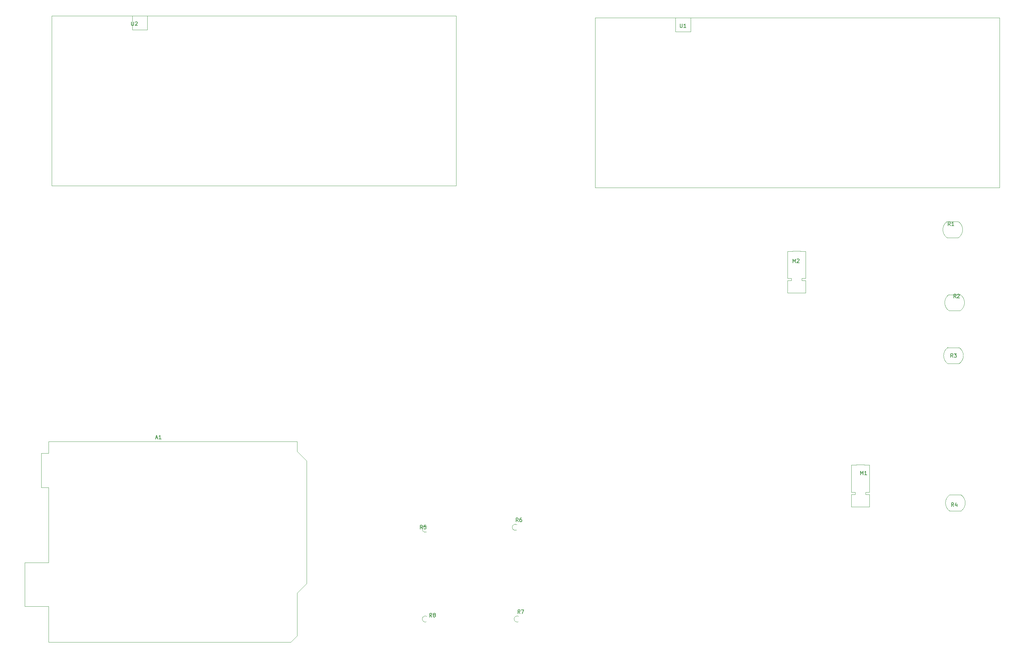
<source format=gbr>
%TF.GenerationSoftware,KiCad,Pcbnew,8.0.8*%
%TF.CreationDate,2025-10-15T12:51:47+03:00*%
%TF.ProjectId,isuzu investment 2,6973757a-7520-4696-9e76-6573746d656e,rev?*%
%TF.SameCoordinates,Original*%
%TF.FileFunction,Legend,Top*%
%TF.FilePolarity,Positive*%
%FSLAX46Y46*%
G04 Gerber Fmt 4.6, Leading zero omitted, Abs format (unit mm)*
G04 Created by KiCad (PCBNEW 8.0.8) date 2025-10-15 12:51:47*
%MOMM*%
%LPD*%
G01*
G04 APERTURE LIST*
%ADD10C,0.150000*%
%ADD11C,0.120000*%
G04 APERTURE END LIST*
D10*
X147383333Y-154034819D02*
X147050000Y-153558628D01*
X146811905Y-154034819D02*
X146811905Y-153034819D01*
X146811905Y-153034819D02*
X147192857Y-153034819D01*
X147192857Y-153034819D02*
X147288095Y-153082438D01*
X147288095Y-153082438D02*
X147335714Y-153130057D01*
X147335714Y-153130057D02*
X147383333Y-153225295D01*
X147383333Y-153225295D02*
X147383333Y-153368152D01*
X147383333Y-153368152D02*
X147335714Y-153463390D01*
X147335714Y-153463390D02*
X147288095Y-153511009D01*
X147288095Y-153511009D02*
X147192857Y-153558628D01*
X147192857Y-153558628D02*
X146811905Y-153558628D01*
X148240476Y-153034819D02*
X148050000Y-153034819D01*
X148050000Y-153034819D02*
X147954762Y-153082438D01*
X147954762Y-153082438D02*
X147907143Y-153130057D01*
X147907143Y-153130057D02*
X147811905Y-153272914D01*
X147811905Y-153272914D02*
X147764286Y-153463390D01*
X147764286Y-153463390D02*
X147764286Y-153844342D01*
X147764286Y-153844342D02*
X147811905Y-153939580D01*
X147811905Y-153939580D02*
X147859524Y-153987200D01*
X147859524Y-153987200D02*
X147954762Y-154034819D01*
X147954762Y-154034819D02*
X148145238Y-154034819D01*
X148145238Y-154034819D02*
X148240476Y-153987200D01*
X148240476Y-153987200D02*
X148288095Y-153939580D01*
X148288095Y-153939580D02*
X148335714Y-153844342D01*
X148335714Y-153844342D02*
X148335714Y-153606247D01*
X148335714Y-153606247D02*
X148288095Y-153511009D01*
X148288095Y-153511009D02*
X148240476Y-153463390D01*
X148240476Y-153463390D02*
X148145238Y-153415771D01*
X148145238Y-153415771D02*
X147954762Y-153415771D01*
X147954762Y-153415771D02*
X147859524Y-153463390D01*
X147859524Y-153463390D02*
X147811905Y-153511009D01*
X147811905Y-153511009D02*
X147764286Y-153606247D01*
X264133333Y-94204819D02*
X263800000Y-93728628D01*
X263561905Y-94204819D02*
X263561905Y-93204819D01*
X263561905Y-93204819D02*
X263942857Y-93204819D01*
X263942857Y-93204819D02*
X264038095Y-93252438D01*
X264038095Y-93252438D02*
X264085714Y-93300057D01*
X264085714Y-93300057D02*
X264133333Y-93395295D01*
X264133333Y-93395295D02*
X264133333Y-93538152D01*
X264133333Y-93538152D02*
X264085714Y-93633390D01*
X264085714Y-93633390D02*
X264038095Y-93681009D01*
X264038095Y-93681009D02*
X263942857Y-93728628D01*
X263942857Y-93728628D02*
X263561905Y-93728628D01*
X264514286Y-93300057D02*
X264561905Y-93252438D01*
X264561905Y-93252438D02*
X264657143Y-93204819D01*
X264657143Y-93204819D02*
X264895238Y-93204819D01*
X264895238Y-93204819D02*
X264990476Y-93252438D01*
X264990476Y-93252438D02*
X265038095Y-93300057D01*
X265038095Y-93300057D02*
X265085714Y-93395295D01*
X265085714Y-93395295D02*
X265085714Y-93490533D01*
X265085714Y-93490533D02*
X265038095Y-93633390D01*
X265038095Y-93633390D02*
X264466667Y-94204819D01*
X264466667Y-94204819D02*
X265085714Y-94204819D01*
X124333333Y-179454819D02*
X124000000Y-178978628D01*
X123761905Y-179454819D02*
X123761905Y-178454819D01*
X123761905Y-178454819D02*
X124142857Y-178454819D01*
X124142857Y-178454819D02*
X124238095Y-178502438D01*
X124238095Y-178502438D02*
X124285714Y-178550057D01*
X124285714Y-178550057D02*
X124333333Y-178645295D01*
X124333333Y-178645295D02*
X124333333Y-178788152D01*
X124333333Y-178788152D02*
X124285714Y-178883390D01*
X124285714Y-178883390D02*
X124238095Y-178931009D01*
X124238095Y-178931009D02*
X124142857Y-178978628D01*
X124142857Y-178978628D02*
X123761905Y-178978628D01*
X124904762Y-178883390D02*
X124809524Y-178835771D01*
X124809524Y-178835771D02*
X124761905Y-178788152D01*
X124761905Y-178788152D02*
X124714286Y-178692914D01*
X124714286Y-178692914D02*
X124714286Y-178645295D01*
X124714286Y-178645295D02*
X124761905Y-178550057D01*
X124761905Y-178550057D02*
X124809524Y-178502438D01*
X124809524Y-178502438D02*
X124904762Y-178454819D01*
X124904762Y-178454819D02*
X125095238Y-178454819D01*
X125095238Y-178454819D02*
X125190476Y-178502438D01*
X125190476Y-178502438D02*
X125238095Y-178550057D01*
X125238095Y-178550057D02*
X125285714Y-178645295D01*
X125285714Y-178645295D02*
X125285714Y-178692914D01*
X125285714Y-178692914D02*
X125238095Y-178788152D01*
X125238095Y-178788152D02*
X125190476Y-178835771D01*
X125190476Y-178835771D02*
X125095238Y-178883390D01*
X125095238Y-178883390D02*
X124904762Y-178883390D01*
X124904762Y-178883390D02*
X124809524Y-178931009D01*
X124809524Y-178931009D02*
X124761905Y-178978628D01*
X124761905Y-178978628D02*
X124714286Y-179073866D01*
X124714286Y-179073866D02*
X124714286Y-179264342D01*
X124714286Y-179264342D02*
X124761905Y-179359580D01*
X124761905Y-179359580D02*
X124809524Y-179407200D01*
X124809524Y-179407200D02*
X124904762Y-179454819D01*
X124904762Y-179454819D02*
X125095238Y-179454819D01*
X125095238Y-179454819D02*
X125190476Y-179407200D01*
X125190476Y-179407200D02*
X125238095Y-179359580D01*
X125238095Y-179359580D02*
X125285714Y-179264342D01*
X125285714Y-179264342D02*
X125285714Y-179073866D01*
X125285714Y-179073866D02*
X125238095Y-178978628D01*
X125238095Y-178978628D02*
X125190476Y-178931009D01*
X125190476Y-178931009D02*
X125095238Y-178883390D01*
X220640476Y-84794819D02*
X220640476Y-83794819D01*
X220640476Y-83794819D02*
X220973809Y-84509104D01*
X220973809Y-84509104D02*
X221307142Y-83794819D01*
X221307142Y-83794819D02*
X221307142Y-84794819D01*
X221735714Y-83890057D02*
X221783333Y-83842438D01*
X221783333Y-83842438D02*
X221878571Y-83794819D01*
X221878571Y-83794819D02*
X222116666Y-83794819D01*
X222116666Y-83794819D02*
X222211904Y-83842438D01*
X222211904Y-83842438D02*
X222259523Y-83890057D01*
X222259523Y-83890057D02*
X222307142Y-83985295D01*
X222307142Y-83985295D02*
X222307142Y-84080533D01*
X222307142Y-84080533D02*
X222259523Y-84223390D01*
X222259523Y-84223390D02*
X221688095Y-84794819D01*
X221688095Y-84794819D02*
X222307142Y-84794819D01*
X263533333Y-149954819D02*
X263200000Y-149478628D01*
X262961905Y-149954819D02*
X262961905Y-148954819D01*
X262961905Y-148954819D02*
X263342857Y-148954819D01*
X263342857Y-148954819D02*
X263438095Y-149002438D01*
X263438095Y-149002438D02*
X263485714Y-149050057D01*
X263485714Y-149050057D02*
X263533333Y-149145295D01*
X263533333Y-149145295D02*
X263533333Y-149288152D01*
X263533333Y-149288152D02*
X263485714Y-149383390D01*
X263485714Y-149383390D02*
X263438095Y-149431009D01*
X263438095Y-149431009D02*
X263342857Y-149478628D01*
X263342857Y-149478628D02*
X262961905Y-149478628D01*
X264390476Y-149288152D02*
X264390476Y-149954819D01*
X264152381Y-148907200D02*
X263914286Y-149621485D01*
X263914286Y-149621485D02*
X264533333Y-149621485D01*
X263333333Y-110104819D02*
X263000000Y-109628628D01*
X262761905Y-110104819D02*
X262761905Y-109104819D01*
X262761905Y-109104819D02*
X263142857Y-109104819D01*
X263142857Y-109104819D02*
X263238095Y-109152438D01*
X263238095Y-109152438D02*
X263285714Y-109200057D01*
X263285714Y-109200057D02*
X263333333Y-109295295D01*
X263333333Y-109295295D02*
X263333333Y-109438152D01*
X263333333Y-109438152D02*
X263285714Y-109533390D01*
X263285714Y-109533390D02*
X263238095Y-109581009D01*
X263238095Y-109581009D02*
X263142857Y-109628628D01*
X263142857Y-109628628D02*
X262761905Y-109628628D01*
X263666667Y-109104819D02*
X264285714Y-109104819D01*
X264285714Y-109104819D02*
X263952381Y-109485771D01*
X263952381Y-109485771D02*
X264095238Y-109485771D01*
X264095238Y-109485771D02*
X264190476Y-109533390D01*
X264190476Y-109533390D02*
X264238095Y-109581009D01*
X264238095Y-109581009D02*
X264285714Y-109676247D01*
X264285714Y-109676247D02*
X264285714Y-109914342D01*
X264285714Y-109914342D02*
X264238095Y-110009580D01*
X264238095Y-110009580D02*
X264190476Y-110057200D01*
X264190476Y-110057200D02*
X264095238Y-110104819D01*
X264095238Y-110104819D02*
X263809524Y-110104819D01*
X263809524Y-110104819D02*
X263714286Y-110057200D01*
X263714286Y-110057200D02*
X263666667Y-110009580D01*
X121833333Y-155954819D02*
X121500000Y-155478628D01*
X121261905Y-155954819D02*
X121261905Y-154954819D01*
X121261905Y-154954819D02*
X121642857Y-154954819D01*
X121642857Y-154954819D02*
X121738095Y-155002438D01*
X121738095Y-155002438D02*
X121785714Y-155050057D01*
X121785714Y-155050057D02*
X121833333Y-155145295D01*
X121833333Y-155145295D02*
X121833333Y-155288152D01*
X121833333Y-155288152D02*
X121785714Y-155383390D01*
X121785714Y-155383390D02*
X121738095Y-155431009D01*
X121738095Y-155431009D02*
X121642857Y-155478628D01*
X121642857Y-155478628D02*
X121261905Y-155478628D01*
X122738095Y-154954819D02*
X122261905Y-154954819D01*
X122261905Y-154954819D02*
X122214286Y-155431009D01*
X122214286Y-155431009D02*
X122261905Y-155383390D01*
X122261905Y-155383390D02*
X122357143Y-155335771D01*
X122357143Y-155335771D02*
X122595238Y-155335771D01*
X122595238Y-155335771D02*
X122690476Y-155383390D01*
X122690476Y-155383390D02*
X122738095Y-155431009D01*
X122738095Y-155431009D02*
X122785714Y-155526247D01*
X122785714Y-155526247D02*
X122785714Y-155764342D01*
X122785714Y-155764342D02*
X122738095Y-155859580D01*
X122738095Y-155859580D02*
X122690476Y-155907200D01*
X122690476Y-155907200D02*
X122595238Y-155954819D01*
X122595238Y-155954819D02*
X122357143Y-155954819D01*
X122357143Y-155954819D02*
X122261905Y-155907200D01*
X122261905Y-155907200D02*
X122214286Y-155859580D01*
X44238095Y-20454819D02*
X44238095Y-21264342D01*
X44238095Y-21264342D02*
X44285714Y-21359580D01*
X44285714Y-21359580D02*
X44333333Y-21407200D01*
X44333333Y-21407200D02*
X44428571Y-21454819D01*
X44428571Y-21454819D02*
X44619047Y-21454819D01*
X44619047Y-21454819D02*
X44714285Y-21407200D01*
X44714285Y-21407200D02*
X44761904Y-21359580D01*
X44761904Y-21359580D02*
X44809523Y-21264342D01*
X44809523Y-21264342D02*
X44809523Y-20454819D01*
X45238095Y-20550057D02*
X45285714Y-20502438D01*
X45285714Y-20502438D02*
X45380952Y-20454819D01*
X45380952Y-20454819D02*
X45619047Y-20454819D01*
X45619047Y-20454819D02*
X45714285Y-20502438D01*
X45714285Y-20502438D02*
X45761904Y-20550057D01*
X45761904Y-20550057D02*
X45809523Y-20645295D01*
X45809523Y-20645295D02*
X45809523Y-20740533D01*
X45809523Y-20740533D02*
X45761904Y-20883390D01*
X45761904Y-20883390D02*
X45190476Y-21454819D01*
X45190476Y-21454819D02*
X45809523Y-21454819D01*
X50695714Y-131599104D02*
X51171904Y-131599104D01*
X50600476Y-131884819D02*
X50933809Y-130884819D01*
X50933809Y-130884819D02*
X51267142Y-131884819D01*
X52124285Y-131884819D02*
X51552857Y-131884819D01*
X51838571Y-131884819D02*
X51838571Y-130884819D01*
X51838571Y-130884819D02*
X51743333Y-131027676D01*
X51743333Y-131027676D02*
X51648095Y-131122914D01*
X51648095Y-131122914D02*
X51552857Y-131170533D01*
X262633333Y-74954819D02*
X262300000Y-74478628D01*
X262061905Y-74954819D02*
X262061905Y-73954819D01*
X262061905Y-73954819D02*
X262442857Y-73954819D01*
X262442857Y-73954819D02*
X262538095Y-74002438D01*
X262538095Y-74002438D02*
X262585714Y-74050057D01*
X262585714Y-74050057D02*
X262633333Y-74145295D01*
X262633333Y-74145295D02*
X262633333Y-74288152D01*
X262633333Y-74288152D02*
X262585714Y-74383390D01*
X262585714Y-74383390D02*
X262538095Y-74431009D01*
X262538095Y-74431009D02*
X262442857Y-74478628D01*
X262442857Y-74478628D02*
X262061905Y-74478628D01*
X263585714Y-74954819D02*
X263014286Y-74954819D01*
X263300000Y-74954819D02*
X263300000Y-73954819D01*
X263300000Y-73954819D02*
X263204762Y-74097676D01*
X263204762Y-74097676D02*
X263109524Y-74192914D01*
X263109524Y-74192914D02*
X263014286Y-74240533D01*
X190568095Y-21004819D02*
X190568095Y-21814342D01*
X190568095Y-21814342D02*
X190615714Y-21909580D01*
X190615714Y-21909580D02*
X190663333Y-21957200D01*
X190663333Y-21957200D02*
X190758571Y-22004819D01*
X190758571Y-22004819D02*
X190949047Y-22004819D01*
X190949047Y-22004819D02*
X191044285Y-21957200D01*
X191044285Y-21957200D02*
X191091904Y-21909580D01*
X191091904Y-21909580D02*
X191139523Y-21814342D01*
X191139523Y-21814342D02*
X191139523Y-21004819D01*
X192139523Y-22004819D02*
X191568095Y-22004819D01*
X191853809Y-22004819D02*
X191853809Y-21004819D01*
X191853809Y-21004819D02*
X191758571Y-21147676D01*
X191758571Y-21147676D02*
X191663333Y-21242914D01*
X191663333Y-21242914D02*
X191568095Y-21290533D01*
X238690476Y-141454819D02*
X238690476Y-140454819D01*
X238690476Y-140454819D02*
X239023809Y-141169104D01*
X239023809Y-141169104D02*
X239357142Y-140454819D01*
X239357142Y-140454819D02*
X239357142Y-141454819D01*
X240357142Y-141454819D02*
X239785714Y-141454819D01*
X240071428Y-141454819D02*
X240071428Y-140454819D01*
X240071428Y-140454819D02*
X239976190Y-140597676D01*
X239976190Y-140597676D02*
X239880952Y-140692914D01*
X239880952Y-140692914D02*
X239785714Y-140740533D01*
X147878333Y-178534819D02*
X147545000Y-178058628D01*
X147306905Y-178534819D02*
X147306905Y-177534819D01*
X147306905Y-177534819D02*
X147687857Y-177534819D01*
X147687857Y-177534819D02*
X147783095Y-177582438D01*
X147783095Y-177582438D02*
X147830714Y-177630057D01*
X147830714Y-177630057D02*
X147878333Y-177725295D01*
X147878333Y-177725295D02*
X147878333Y-177868152D01*
X147878333Y-177868152D02*
X147830714Y-177963390D01*
X147830714Y-177963390D02*
X147783095Y-178011009D01*
X147783095Y-178011009D02*
X147687857Y-178058628D01*
X147687857Y-178058628D02*
X147306905Y-178058628D01*
X148211667Y-177534819D02*
X148878333Y-177534819D01*
X148878333Y-177534819D02*
X148449762Y-178534819D01*
D11*
%TO.C,R6*%
X146920095Y-156249359D02*
G75*
G02*
X147017133Y-154800000I-320095J749359D01*
G01*
%TO.C,R2*%
X262250000Y-93350000D02*
X265300000Y-93350000D01*
X262250000Y-97650000D02*
X265300000Y-97650000D01*
X262250000Y-97650000D02*
G75*
G02*
X262271766Y-93334475I1550000J2150000D01*
G01*
X265300000Y-93350000D02*
G75*
G02*
X265344513Y-97618249I-1500000J-2150000D01*
G01*
%TO.C,R8*%
X122920095Y-180749359D02*
G75*
G02*
X123017133Y-179300000I-320095J749359D01*
G01*
%TO.C,M2*%
X219250000Y-81765000D02*
X220600000Y-81765000D01*
X219250000Y-82115000D02*
X219250000Y-81765000D01*
X219250000Y-89015000D02*
X219250000Y-82115000D01*
X219250000Y-89615000D02*
X220250000Y-89615000D01*
X219250000Y-92915000D02*
X219250000Y-89615000D01*
X220250000Y-89015000D02*
X219250000Y-89015000D01*
X220250000Y-89615000D02*
X220250000Y-89015000D01*
X220600000Y-81715000D02*
X222700000Y-81715000D01*
X220600000Y-81765000D02*
X220600000Y-81715000D01*
X222700000Y-81715000D02*
X222700000Y-81765000D01*
X222700000Y-81765000D02*
X224050000Y-81765000D01*
X223050000Y-89015000D02*
X223050000Y-89615000D01*
X223050000Y-89615000D02*
X224050000Y-89615000D01*
X224050000Y-81765000D02*
X224050000Y-82115000D01*
X224050000Y-82115000D02*
X224050000Y-89015000D01*
X224050000Y-89015000D02*
X223050000Y-89015000D01*
X224050000Y-89615000D02*
X224050000Y-92915000D01*
X224050000Y-92915000D02*
X219250000Y-92915000D01*
%TO.C,R4*%
X262450000Y-146850000D02*
X265500000Y-146850000D01*
X262450000Y-151150000D02*
X265500000Y-151150000D01*
X262450000Y-151150000D02*
G75*
G02*
X262471766Y-146834475I1550000J2150000D01*
G01*
X265500000Y-146850000D02*
G75*
G02*
X265544513Y-151118249I-1500000J-2150000D01*
G01*
%TO.C,R3*%
X261950000Y-107500000D02*
X265000000Y-107500000D01*
X261950000Y-111800000D02*
X265000000Y-111800000D01*
X261950000Y-111800000D02*
G75*
G02*
X261971766Y-107484475I1550000J2150000D01*
G01*
X265000000Y-107500000D02*
G75*
G02*
X265044513Y-111768249I-1500000J-2150000D01*
G01*
%TO.C,R5*%
X122920095Y-156749359D02*
G75*
G02*
X123017133Y-155300000I-320095J749359D01*
G01*
%TO.C,U2*%
X22950000Y-18870000D02*
X130850000Y-18870000D01*
X22950000Y-64270000D02*
X22950000Y-18870000D01*
X44420000Y-22620000D02*
X44420000Y-18870000D01*
X48420000Y-18870000D02*
X48420000Y-22370000D01*
X48420000Y-22370000D02*
X48420000Y-22620000D01*
X48420000Y-22620000D02*
X44420000Y-22620000D01*
X130850000Y-18870000D02*
X130850000Y-64270000D01*
X130850000Y-64270000D02*
X22950000Y-64270000D01*
%TO.C,A1*%
X15720000Y-164960000D02*
X15720000Y-176640000D01*
X15720000Y-176640000D02*
X22070000Y-176640000D01*
X20170000Y-135750000D02*
X20170000Y-144890000D01*
X20170000Y-144890000D02*
X22070000Y-144890000D01*
X22070000Y-132570000D02*
X22070000Y-135750000D01*
X22070000Y-135750000D02*
X20170000Y-135750000D01*
X22070000Y-144890000D02*
X22070000Y-164960000D01*
X22070000Y-164960000D02*
X15720000Y-164960000D01*
X22070000Y-176640000D02*
X22070000Y-186170000D01*
X22070000Y-186170000D02*
X86720000Y-186170000D01*
X86720000Y-186170000D02*
X88370000Y-184520000D01*
X88370000Y-132570000D02*
X22070000Y-132570000D01*
X88370000Y-135240000D02*
X88370000Y-132570000D01*
X88370000Y-173090000D02*
X90910000Y-170550000D01*
X88370000Y-184520000D02*
X88370000Y-173090000D01*
X90910000Y-137780000D02*
X88370000Y-135240000D01*
X90910000Y-170550000D02*
X90910000Y-137780000D01*
%TO.C,R1*%
X261750000Y-73850000D02*
X264800000Y-73850000D01*
X261750000Y-78150000D02*
X264800000Y-78150000D01*
X261750000Y-78150000D02*
G75*
G02*
X261771766Y-73834475I1550000J2150000D01*
G01*
X264800000Y-73850000D02*
G75*
G02*
X264844513Y-78118249I-1500000J-2150000D01*
G01*
%TO.C,U1*%
X167880000Y-19350000D02*
X275780000Y-19350000D01*
X167880000Y-64750000D02*
X167880000Y-19350000D01*
X189350000Y-23100000D02*
X189350000Y-19350000D01*
X193350000Y-19350000D02*
X193350000Y-22850000D01*
X193350000Y-22850000D02*
X193350000Y-23100000D01*
X193350000Y-23100000D02*
X189350000Y-23100000D01*
X275780000Y-19350000D02*
X275780000Y-64750000D01*
X275780000Y-64750000D02*
X167880000Y-64750000D01*
%TO.C,M1*%
X236250000Y-138855000D02*
X237600000Y-138855000D01*
X236250000Y-139205000D02*
X236250000Y-138855000D01*
X236250000Y-146105000D02*
X236250000Y-139205000D01*
X236250000Y-146705000D02*
X237250000Y-146705000D01*
X236250000Y-150005000D02*
X236250000Y-146705000D01*
X237250000Y-146105000D02*
X236250000Y-146105000D01*
X237250000Y-146705000D02*
X237250000Y-146105000D01*
X237600000Y-138805000D02*
X239700000Y-138805000D01*
X237600000Y-138855000D02*
X237600000Y-138805000D01*
X239700000Y-138805000D02*
X239700000Y-138855000D01*
X239700000Y-138855000D02*
X241050000Y-138855000D01*
X240050000Y-146105000D02*
X240050000Y-146705000D01*
X240050000Y-146705000D02*
X241050000Y-146705000D01*
X241050000Y-138855000D02*
X241050000Y-139205000D01*
X241050000Y-139205000D02*
X241050000Y-146105000D01*
X241050000Y-146105000D02*
X240050000Y-146105000D01*
X241050000Y-146705000D02*
X241050000Y-150005000D01*
X241050000Y-150005000D02*
X236250000Y-150005000D01*
%TO.C,R7*%
X147415095Y-180749359D02*
G75*
G02*
X147512133Y-179300000I-320095J749359D01*
G01*
%TD*%
M02*

</source>
